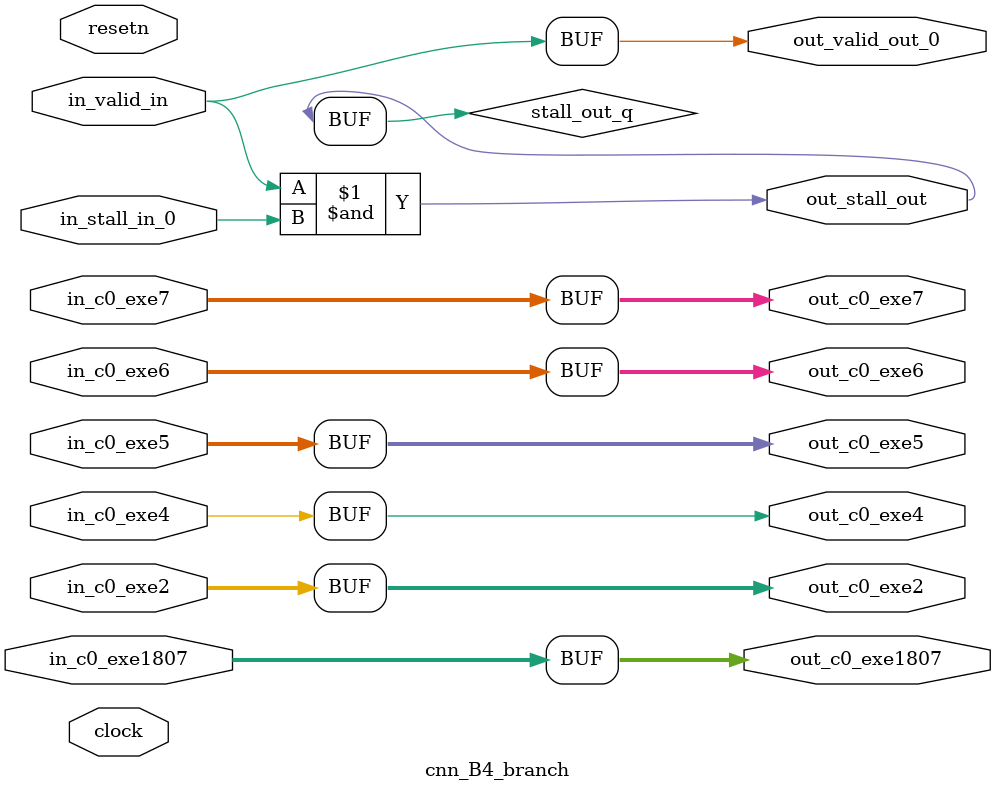
<source format=sv>



(* altera_attribute = "-name AUTO_SHIFT_REGISTER_RECOGNITION OFF; -name MESSAGE_DISABLE 10036; -name MESSAGE_DISABLE 10037; -name MESSAGE_DISABLE 14130; -name MESSAGE_DISABLE 14320; -name MESSAGE_DISABLE 15400; -name MESSAGE_DISABLE 14130; -name MESSAGE_DISABLE 10036; -name MESSAGE_DISABLE 12020; -name MESSAGE_DISABLE 12030; -name MESSAGE_DISABLE 12010; -name MESSAGE_DISABLE 12110; -name MESSAGE_DISABLE 14320; -name MESSAGE_DISABLE 13410; -name MESSAGE_DISABLE 113007; -name MESSAGE_DISABLE 10958" *)
module cnn_B4_branch (
    input wire [63:0] in_c0_exe1807,
    input wire [63:0] in_c0_exe2,
    input wire [0:0] in_c0_exe4,
    input wire [63:0] in_c0_exe5,
    input wire [63:0] in_c0_exe6,
    input wire [63:0] in_c0_exe7,
    input wire [0:0] in_stall_in_0,
    input wire [0:0] in_valid_in,
    output wire [63:0] out_c0_exe1807,
    output wire [63:0] out_c0_exe2,
    output wire [0:0] out_c0_exe4,
    output wire [63:0] out_c0_exe5,
    output wire [63:0] out_c0_exe6,
    output wire [63:0] out_c0_exe7,
    output wire [0:0] out_stall_out,
    output wire [0:0] out_valid_out_0,
    input wire clock,
    input wire resetn
    );

    wire [0:0] stall_out_q;
    reg [0:0] rst_sync_rst_sclrn;


    // out_c0_exe1807(GPOUT,10)
    assign out_c0_exe1807 = in_c0_exe1807;

    // out_c0_exe2(GPOUT,11)
    assign out_c0_exe2 = in_c0_exe2;

    // out_c0_exe4(GPOUT,12)
    assign out_c0_exe4 = in_c0_exe4;

    // out_c0_exe5(GPOUT,13)
    assign out_c0_exe5 = in_c0_exe5;

    // out_c0_exe6(GPOUT,14)
    assign out_c0_exe6 = in_c0_exe6;

    // out_c0_exe7(GPOUT,15)
    assign out_c0_exe7 = in_c0_exe7;

    // stall_out(LOGICAL,18)
    assign stall_out_q = in_valid_in & in_stall_in_0;

    // out_stall_out(GPOUT,16)
    assign out_stall_out = stall_out_q;

    // out_valid_out_0(GPOUT,17)
    assign out_valid_out_0 = in_valid_in;

    // rst_sync(RESETSYNC,19)
    acl_reset_handler #(
        .ASYNC_RESET(0),
        .USE_SYNCHRONIZER(1),
        .PULSE_EXTENSION(0),
        .PIPE_DEPTH(3),
        .DUPLICATE(1)
    ) therst_sync (
        .clk(clock),
        .i_resetn(resetn),
        .o_sclrn(rst_sync_rst_sclrn)
    );

endmodule

</source>
